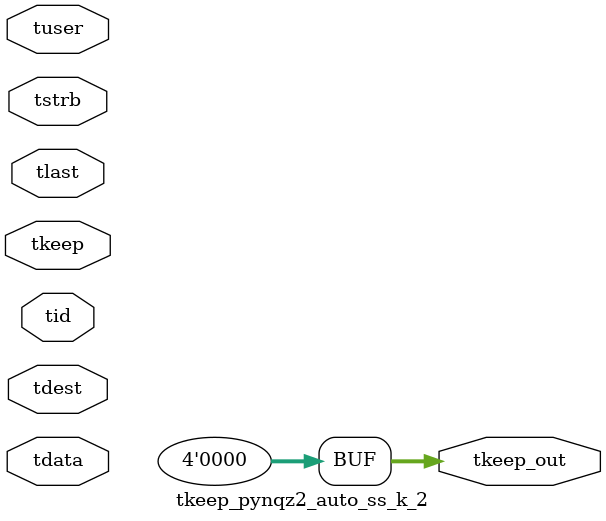
<source format=v>


`timescale 1ps/1ps

module tkeep_pynqz2_auto_ss_k_2 #
(
parameter C_S_AXIS_TDATA_WIDTH = 32,
parameter C_S_AXIS_TUSER_WIDTH = 0,
parameter C_S_AXIS_TID_WIDTH   = 0,
parameter C_S_AXIS_TDEST_WIDTH = 0,
parameter C_M_AXIS_TDATA_WIDTH = 32
)
(
input  [(C_S_AXIS_TDATA_WIDTH == 0 ? 1 : C_S_AXIS_TDATA_WIDTH)-1:0     ] tdata,
input  [(C_S_AXIS_TUSER_WIDTH == 0 ? 1 : C_S_AXIS_TUSER_WIDTH)-1:0     ] tuser,
input  [(C_S_AXIS_TID_WIDTH   == 0 ? 1 : C_S_AXIS_TID_WIDTH)-1:0       ] tid,
input  [(C_S_AXIS_TDEST_WIDTH == 0 ? 1 : C_S_AXIS_TDEST_WIDTH)-1:0     ] tdest,
input  [(C_S_AXIS_TDATA_WIDTH/8)-1:0 ] tkeep,
input  [(C_S_AXIS_TDATA_WIDTH/8)-1:0 ] tstrb,
input                                                                    tlast,
output [(C_M_AXIS_TDATA_WIDTH/8)-1:0 ] tkeep_out
);

assign tkeep_out = {1'b0};

endmodule


</source>
